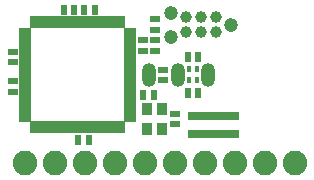
<source format=gbs>
G04*
G04 #@! TF.GenerationSoftware,Altium Limited,Altium Designer,25.1.2 (22)*
G04*
G04 Layer_Color=16711935*
%FSLAX44Y44*%
%MOMM*%
G71*
G04*
G04 #@! TF.SameCoordinates,DB710AA7-E77E-4036-8C0A-EA680BC9F52C*
G04*
G04*
G04 #@! TF.FilePolarity,Negative*
G04*
G01*
G75*
%ADD12C,1.1938*%
%ADD13O,1.2032X2.0032*%
%ADD14C,2.0828*%
%ADD34C,0.9906*%
%ADD35R,1.0032X0.5532*%
%ADD36R,0.5532X1.0032*%
%ADD37R,0.9032X0.6032*%
%ADD38R,0.7032X0.8032*%
%ADD39R,0.5532X0.8032*%
%ADD40R,0.8832X0.9832*%
%ADD41R,0.6032X0.9032*%
%ADD42R,0.4132X0.5132*%
D12*
X144200Y217340D02*
D03*
Y237660D02*
D03*
X195000Y227500D02*
D03*
D13*
X125000Y185000D02*
D03*
X150000D02*
D03*
X175000D02*
D03*
D14*
X248600Y110000D02*
D03*
X223200D02*
D03*
X197800D02*
D03*
X172400D02*
D03*
X147000D02*
D03*
X121600D02*
D03*
X96200D02*
D03*
X70800D02*
D03*
X45400D02*
D03*
X20000D02*
D03*
D34*
X156900Y233850D02*
D03*
Y221150D02*
D03*
X169600Y233850D02*
D03*
Y221150D02*
D03*
X182300Y233850D02*
D03*
Y221150D02*
D03*
D35*
X20500Y222500D02*
D03*
Y217500D02*
D03*
Y212500D02*
D03*
Y207500D02*
D03*
Y202500D02*
D03*
Y197500D02*
D03*
Y192500D02*
D03*
Y187500D02*
D03*
Y182500D02*
D03*
Y177500D02*
D03*
Y172500D02*
D03*
Y167500D02*
D03*
Y162500D02*
D03*
Y157500D02*
D03*
Y152500D02*
D03*
Y147500D02*
D03*
X109500Y222500D02*
D03*
Y217500D02*
D03*
Y212500D02*
D03*
Y207500D02*
D03*
Y202500D02*
D03*
Y197500D02*
D03*
Y192500D02*
D03*
Y187500D02*
D03*
Y182500D02*
D03*
Y177500D02*
D03*
Y172500D02*
D03*
Y167500D02*
D03*
Y162500D02*
D03*
Y157500D02*
D03*
Y152500D02*
D03*
Y147500D02*
D03*
D36*
X27500Y140500D02*
D03*
X32500D02*
D03*
X37500D02*
D03*
X42500D02*
D03*
X27500Y229500D02*
D03*
X32500D02*
D03*
X37500D02*
D03*
X42500D02*
D03*
X47500D02*
D03*
X52500D02*
D03*
X57500D02*
D03*
X62500D02*
D03*
X67500D02*
D03*
X72500D02*
D03*
X77500D02*
D03*
X82500D02*
D03*
X87500D02*
D03*
X92500D02*
D03*
X97500D02*
D03*
X102500D02*
D03*
Y140500D02*
D03*
X97500D02*
D03*
X92500D02*
D03*
X87500D02*
D03*
X82500D02*
D03*
X77500D02*
D03*
X72500D02*
D03*
X67500D02*
D03*
X62500D02*
D03*
X57500D02*
D03*
X52500D02*
D03*
X47500D02*
D03*
D37*
X147500Y152000D02*
D03*
Y143000D02*
D03*
X10000Y195500D02*
D03*
Y204500D02*
D03*
Y179500D02*
D03*
Y170500D02*
D03*
X120000Y214500D02*
D03*
Y205500D02*
D03*
X130000Y214500D02*
D03*
Y205500D02*
D03*
Y223000D02*
D03*
Y232000D02*
D03*
X137500Y180500D02*
D03*
Y189500D02*
D03*
D38*
X161500Y150000D02*
D03*
Y135000D02*
D03*
X198500Y150000D02*
D03*
Y135000D02*
D03*
D39*
X167500Y150000D02*
D03*
X182500Y135000D02*
D03*
X192500Y150000D02*
D03*
X172500D02*
D03*
X177500D02*
D03*
X182500D02*
D03*
X187500D02*
D03*
X172500Y135000D02*
D03*
X177500D02*
D03*
X167500D02*
D03*
X187500D02*
D03*
X192500D02*
D03*
D40*
X123350Y156150D02*
D03*
X136650D02*
D03*
Y138850D02*
D03*
X123350D02*
D03*
D41*
X167000Y200000D02*
D03*
X158000D02*
D03*
X53000Y240000D02*
D03*
X62000D02*
D03*
X65500Y130000D02*
D03*
X74500D02*
D03*
X129500Y167500D02*
D03*
X120500D02*
D03*
X158000Y170000D02*
D03*
X167000D02*
D03*
X70500Y240000D02*
D03*
X79500D02*
D03*
D42*
X159250Y180450D02*
D03*
X165750D02*
D03*
Y189550D02*
D03*
X159250D02*
D03*
M02*

</source>
